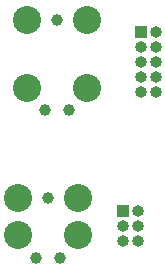
<source format=gbr>
%TF.GenerationSoftware,KiCad,Pcbnew,(6.0.7)*%
%TF.CreationDate,2022-10-20T10:19:37-04:00*%
%TF.ProjectId,SpiritBall,53706972-6974-4426-916c-6c2e6b696361,rev?*%
%TF.SameCoordinates,Original*%
%TF.FileFunction,Soldermask,Bot*%
%TF.FilePolarity,Negative*%
%FSLAX46Y46*%
G04 Gerber Fmt 4.6, Leading zero omitted, Abs format (unit mm)*
G04 Created by KiCad (PCBNEW (6.0.7)) date 2022-10-20 10:19:37*
%MOMM*%
%LPD*%
G01*
G04 APERTURE LIST*
%ADD10C,0.990600*%
%ADD11C,2.374900*%
%ADD12R,1.000000X1.000000*%
%ADD13O,1.000000X1.000000*%
G04 APERTURE END LIST*
D10*
%TO.C,J5*%
X79252283Y-114734896D03*
D11*
X75696283Y-112829896D03*
D10*
X77220283Y-114734896D03*
D11*
X80776283Y-109654896D03*
D10*
X78236283Y-109654896D03*
D11*
X75696283Y-109654896D03*
X80776283Y-112829896D03*
%TD*%
%TO.C,J2*%
X76454000Y-100330000D03*
X81534000Y-100330000D03*
D10*
X80010000Y-102235000D03*
X77978000Y-102235000D03*
D11*
X81534000Y-94615000D03*
D10*
X78994000Y-94615000D03*
D11*
X76454000Y-94615000D03*
%TD*%
D12*
%TO.C,J3*%
X84582000Y-110744000D03*
D13*
X85852000Y-110744000D03*
X84582000Y-112014000D03*
X85852000Y-112014000D03*
X84582000Y-113284000D03*
X85852000Y-113284000D03*
%TD*%
D12*
%TO.C,J4*%
X86077435Y-95634251D03*
D13*
X87347435Y-95634251D03*
X86077435Y-96904251D03*
X87347435Y-96904251D03*
X86077435Y-98174251D03*
X87347435Y-98174251D03*
X86077435Y-99444251D03*
X87347435Y-99444251D03*
X86077435Y-100714251D03*
X87347435Y-100714251D03*
%TD*%
M02*

</source>
